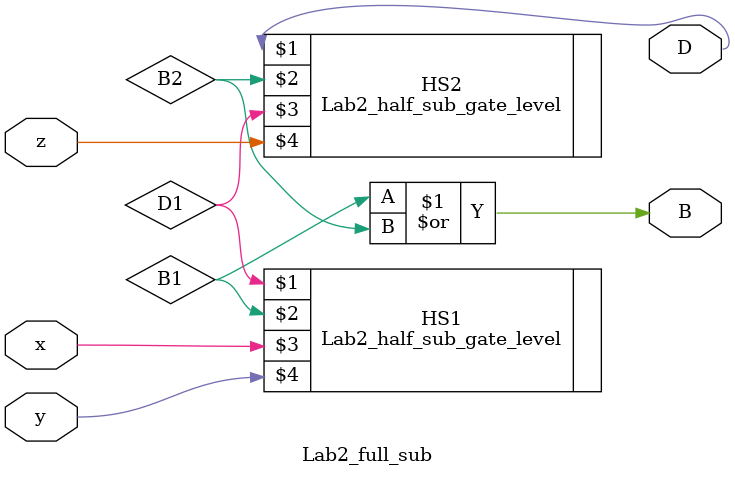
<source format=v>
module  Lab2_full_sub(output D,B, input x, y, z);
	wire B1,B2,D1;
	Lab2_half_sub_gate_level HS1(D1,B1,x,y);
	Lab2_half_sub_gate_level HS2(D,B2,D1,z);
	or G1(B,B1,B2);
endmodule

</source>
